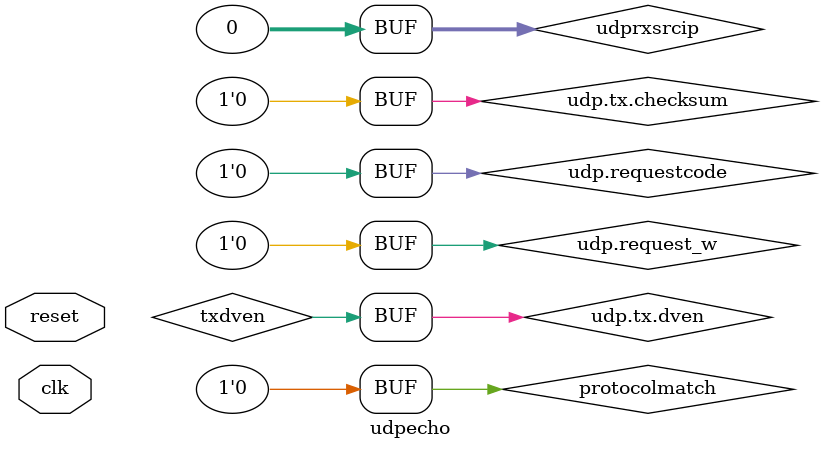
<source format=sv>
module udpecho #(parameter PORT=16'hd000)
(input clk,udplink udp,input reset);

localparam TXIDLE=4'd0;
localparam TXSTART=4'd1;
localparam TXDATA=4'd2;
localparam TXTAIL=4'd3;
localparam RXIDLE=4'd4;
localparam RXSTART=4'd5;
localparam RXHEAD=4'd6;
localparam RXDATA=4'd7;
localparam RXTAIL=4'd8;

reg [3:0] rxstate=RXIDLE;
reg [3:0] rxnext=RXIDLE;
reg [15:0] rxcnt=0;
reg [7:0] rxdata=0;
reg rxdven=0;
reg [15:0] rxerrcnt=0;
reg rxbusy=0;
reg [15:0] udprxdstport=0;
reg [15:0] udprxsrcport=0;
reg [15:0] udprxlength=0;
reg [31:0] udprxsrcip=0;
wire protocolmatch=udp.rx.newhead & udp.rx.dstport==PORT;//&udprxdven&~udprxdven_d;
always @(posedge clk) begin
	if (protocolmatch) begin
		udprxdstport<=udp.rx.dstport;
		udprxsrcport<=udp.rx.srcport;
		udprxlength<=udp.rx.length;
	end
end
always @(posedge clk or posedge reset) begin
	if (reset) begin
		rxstate<=RXIDLE;
	end
	else begin
		rxstate<=rxnext;
		rxcnt<=(rxstate==rxnext) & (rxstate!=RXIDLE) ? rxcnt+1 : 0;
	end
end
always @(*) begin
	case(rxstate)
		RXIDLE: rxnext= protocolmatch ? RXDATA: RXIDLE;
		RXDATA: rxnext= ~udp.rx.dven ?  RXTAIL : RXDATA;
		RXTAIL: rxnext=RXIDLE;
	endcase
end
always @(posedge clk) begin
	if (reset) begin
		rxdata<=0;
		rxdven<=0;
		rxerrcnt<=0;
		rxbusy<=0;
	end
	else begin
		case (rxnext)
			RXIDLE: begin
				rxdata<=0;
				rxdven<=0;
				rxerrcnt<=0;
				rxbusy<=0;
			end
			RXDATA: begin
				rxdata<=udp.rx.data;
				rxdven<=udp.rx.dven;
				rxerrcnt<=rxerrcnt+udp.rx.error;
				rxbusy<=1;
			end
			RXTAIL: begin
				rxdata<=0;
				rxdven<=0;
				rxerrcnt<=0;
				rxbusy<=0;
			end
		endcase
	end
end
reg [3:0] txstate=TXIDLE;
reg [3:0] txnext=TXIDLE;
wire [7:0] fifodata;
wire fifodven;
reg fifore=0;
reg [15:0] txcnt=0;
reg [7:0] txdata=0;
reg txdven=0;
reg [15:0] txerrcnt=0;
reg txbusy=0;
assign udp.tx.data=txdata;
assign udp.tx.dven=txdven;
assign udp.tx.error=|txerrcnt;
always @(posedge clk or posedge reset) begin
	if (reset) begin
		txstate<=TXIDLE;
	end
	else begin
		txstate<=txnext;
		txcnt<=(txstate==txnext) & (txstate!=TXIDLE) ? txcnt+1 : 0;
	end
end
always @(*) begin
	case(txstate)
		TXIDLE: txnext= udp.ack ? TXSTART: TXIDLE;
		TXSTART: txnext=TXDATA;
		TXDATA: txnext= ~fifodven ?  TXTAIL : TXDATA;
		TXTAIL: txnext=TXIDLE;
	endcase
end
always @(posedge clk) begin
	if (reset) begin
		txdata<=0;
		txdven<=0;
		txerrcnt<=0;
		txbusy<=0;
	end
	else begin
		case (txnext)
			TXIDLE: begin
				txdata<=0;
				txdven<=0;
				txerrcnt<=0;
				txbusy<=0;
			end
			TXDATA: begin
				txdata<=fifodata;
				txdven<=fifodven;
				txerrcnt<=txerrcnt;
				txbusy<=1;
			end
			TXTAIL: begin
				txdata<=0;
				txdven<=0;
				txerrcnt<=0;
				txbusy<=1;
			end
		endcase
	end
end

localparam AWIDTH=5;
localparam FIFODW=8;
localparam SIM=0;
fifo#(.AW(AWIDTH),.DW(FIFODW),.SIM(SIM),.BRAM(1),.SAMECLKDOMAIN(1))
udpechofifo(.wclk(clk),.rclk(clk)
,.wr_en(rxdven)
,.din(rxdata)
,.rd_en(fifore)
,.dout(fifodata)
,.doutvalid(fifodven)
,.full()
,.empty()
,.rst(reset)
);
always @(negedge clk) begin
	case (txstate)
		TXIDLE: begin
			fifore<=1'b0;
		end
		TXSTART: begin
			fifore<=1'b1;
		end
		TXDATA: begin
			fifore<=1'b1;
		end
		TXTAIL: begin
			fifore<=1'b0;
		end
	endcase
end
assign udp.request_w=protocolmatch & ~txbusy;
assign udp.requestcode=PORT;
assign udp.tx.srcport=udprxdstport;
assign udp.tx.dstport=udprxsrcport;
assign udp.tx.length=udprxlength;
//assign udp.tx.udplength=udprxlength;
assign udp.tx.checksum=0;
endmodule
/*
wire reset=0;
wire fifoempty;
reg [7:0] udprxdata=0;
reg udprxdven=0;
reg [7:0] udprxdata_d=0;
reg udprxdven_d=0;
reg key=0;
wire [7:0] fifordata;
wire fiforvalid;
always @(posedge clk) begin
	if (udp.ack) begin
		key<=1'b1;
	end
	else if (~fiforvalid) begin
		key<=1'b0;
	end
end
wire match;
reg [7:0] udptxdata=0;
reg udptxdven=0;
reg [15:0] udprxdstport=0;
reg [15:0] udprxsrcport=0;
reg [15:0] udprxlength=0;
always @(posedge clk) begin
	udprxdata<=udp.rx.data;
	udprxdven<=udp.rx.dven;
	udprxdata_d<=udprxdata;
	udprxdven_d<=udprxdven;
	udptxdata<=fifordata;
	udptxdven<=fiforvalid;
	if (match) begin
		udprxdstport<=udp.rx.dstport;
		udprxsrcport<=udp.rx.srcport;
		udprxlength<=udp.rx.length;
	end

end
assign udp.tx.srcport=udprxdstport;
assign udp.tx.dstport=udprxsrcport;
assign udp.tx.length=udprxlength;
assign udp.tx.udplength=udp.tx.length;
assign udp.tx.checksum=0;
assign match=udp.rx.newhead & udp.rx.dstport==PORT;//&udprxdven&~udprxdven_d;
assign udp.request_w=match;
assign udp.requestcode=PORT;
assign udp.tx.data=udptxdata;
assign udp.tx.dven=udptxdven;
//fifocore fifocore (.clk(clk),.srst(reset),.din(udp.rx.data),.wr_en(udp.rx.dven),.rd_en(key));
*/

</source>
